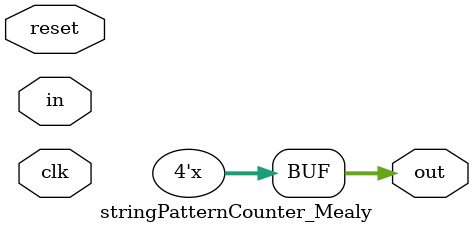
<source format=v>
`timescale 1ns / 1ps
module stringPatternCounter_Mealy(
    input clk,
    input in,
    input reset,
    output reg [3:0] out
    );
	 
	 initial begin
		out = 0;
	 end
	 
	 wire temp;
	 
	 recognizer_Mealy rec(clk, in, reset, temp);
	 
	 always @ (*) begin
		if (temp == 1'b1) 
		begin 
			out = out + 1;
		end
	 end

endmodule
</source>
